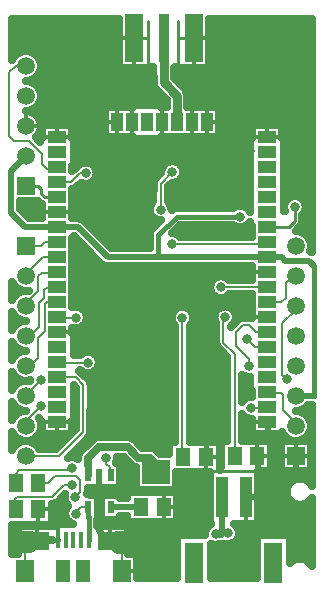
<source format=gbr>
G04 DipTrace 3.0.0.1*
G04 Top.gbr*
%MOIN*%
G04 #@! TF.FileFunction,Copper,L1,Top*
G04 #@! TF.Part,Single*
G04 #@! TA.AperFunction,Conductor*
%ADD10C,0.01*%
%ADD14C,0.007*%
%ADD15C,0.015*%
%ADD16C,0.03*%
%ADD17C,0.015748*%
G04 #@! TA.AperFunction,CopperBalancing*
%ADD18C,0.025*%
G04 #@! TA.AperFunction,Conductor*
%ADD19C,0.02*%
%ADD20C,0.029528*%
%ADD21C,0.018*%
%ADD22C,0.023622*%
G04 #@! TA.AperFunction,CopperBalancing*
%ADD23C,0.012992*%
%ADD27R,0.051181X0.059055*%
%ADD29R,0.015748X0.05315*%
%ADD30R,0.082677X0.062992*%
%ADD31R,0.062992X0.074803*%
%ADD32R,0.047244X0.074803*%
G04 #@! TA.AperFunction,ComponentPad*
%ADD33R,0.059055X0.059055*%
%ADD34C,0.059055*%
%ADD40R,0.06X0.039764*%
%ADD41R,0.039764X0.06*%
%ADD42R,0.059843X0.159843*%
%ADD43R,0.033465X0.159843*%
%ADD45R,0.023622X0.043307*%
%ADD46R,0.03937X0.137795*%
%ADD47R,0.059055X0.133858*%
G04 #@! TA.AperFunction,ViaPad*
%ADD48C,0.031496*%
%FSLAX26Y26*%
G04*
G70*
G90*
G75*
G01*
G04 Top*
%LPD*%
X1372047Y1332546D2*
D14*
Y1320079D1*
X1326772Y1274803D1*
Y1101969D1*
X1341339Y1087402D1*
X1221916Y993176D2*
X1273460D1*
X1275166Y994882D1*
X1207481Y1222441D2*
X1235827Y1194095D1*
X1274378D1*
X1275166Y1194882D1*
X1215486Y1131103D2*
Y1157218D1*
X1173491Y1199213D1*
Y1246457D1*
X1196982Y1269948D1*
X1214042D1*
X1238977Y1245013D1*
X1275034D1*
X1275166Y1244882D1*
X790945Y447572D2*
Y508596D1*
X751575Y547966D1*
X468110Y447572D2*
Y508596D1*
X507481Y547966D1*
X578347Y552887D2*
X512402D1*
X507481Y547966D1*
X1372047Y832546D2*
X1303412D1*
X1287139Y848819D1*
Y932908D1*
X1275166Y944882D1*
X517323Y1884646D2*
X530971D1*
X541995Y1895670D1*
X574378D1*
X575166Y1894882D1*
X1071260Y829003D2*
D10*
Y789108D1*
X1077691Y782677D1*
X1237664D1*
X1248163Y793176D1*
Y826772D1*
X1242520Y832415D1*
Y793832D1*
X1252625Y783727D1*
X1371785D1*
Y832284D1*
X1372047Y832546D1*
X1120341Y1435958D2*
D15*
X1079921D1*
X1070735Y1426772D1*
Y829528D1*
X1071260Y829003D1*
X439502Y567979D2*
D16*
X487467D1*
X507481Y547966D1*
X438845Y527297D2*
X486811D1*
X507481Y547966D1*
X438845Y527297D2*
Y567323D1*
X439502Y567979D1*
X438845Y527297D2*
Y527428D1*
X458530Y547113D1*
X506628D1*
X507481Y547966D1*
X578347Y552887D2*
D17*
X557973D1*
D18*
X512402D1*
X507481Y547966D1*
X751575D2*
D16*
X834515D1*
Y524803D1*
X835302Y524016D1*
Y566929D1*
X834515Y567717D1*
X771326D1*
X751575Y547966D1*
X835302Y524016D2*
X775525D1*
X751575Y547966D1*
X513386Y654068D2*
D14*
Y553872D1*
X716929Y767848D2*
D19*
Y582612D1*
X751575Y547966D1*
X1275166Y1444882D2*
D10*
X1201837D1*
X1177953Y1468767D1*
X959711D1*
X931496Y1440551D1*
X984252Y2086614D2*
X980315D1*
Y2226253D1*
Y2283465D1*
X866142Y2086614D2*
Y2122047D1*
X877953Y2133858D1*
Y2226647D1*
Y2283465D1*
X831037Y2226647D2*
X877953D1*
X1030643Y2226253D2*
X980315D1*
X575166Y1244882D2*
X712599D1*
X578347Y552887D2*
X454593D1*
X439502Y567979D1*
X575166Y1644882D2*
X748819D1*
X755906Y1637795D1*
Y1842520D1*
X748032Y1850394D1*
X575166Y1894882D2*
X674410D1*
X708662Y1929134D1*
X575166Y1644882D2*
X677953D1*
X736221Y1586614D1*
X575166Y944882D2*
X629921D1*
X633858Y948819D1*
X1204200Y695145D2*
D19*
X1270210D1*
X1339502Y764436D1*
X1369292D1*
X1371129Y766273D1*
Y831628D1*
X1372047Y832546D1*
X975166Y1944882D2*
D20*
Y2034021D1*
X931234Y2077953D1*
Y2226057D1*
X931037Y2226253D1*
X680709Y552887D2*
D17*
Y588462D1*
D21*
Y628609D1*
X679134Y630184D1*
Y661155D1*
X679528Y661549D1*
X437664Y740814D2*
D14*
Y772704D1*
X449607Y784646D1*
X617061D1*
X626116Y793701D1*
X638845Y640683D2*
Y647244D1*
X653937Y662336D1*
X678740D1*
X679528Y661549D1*
X754331Y767848D2*
X751969D1*
Y795276D1*
X740158Y807087D1*
Y826772D1*
X625984Y736221D2*
X600000D1*
X560236Y696457D1*
X441995D1*
X436221Y690683D1*
Y656431D1*
X438583Y654068D1*
X754331Y661549D2*
D19*
X855643D1*
X856037Y661942D1*
X472179Y1532677D2*
D14*
X523097D1*
X535302Y1544882D1*
X575166D1*
X637008Y694488D2*
X653544Y711024D1*
Y751969D1*
X639239Y766273D1*
X568373D1*
X546063Y743963D1*
X515617D1*
X512467Y740814D1*
X1372047Y1032546D2*
D19*
X1431234D1*
D21*
Y1466929D1*
D19*
X1414305Y1483858D1*
X1335827D1*
X1324803Y1494882D1*
X1275166D1*
X913124D1*
X744095D1*
X644095Y1594882D1*
X575166D1*
X468110D1*
X421260Y1641732D1*
Y1781890D1*
X472047Y1832677D1*
X1186352Y1630184D2*
D15*
X973885D1*
X913124Y1569423D1*
Y1494882D1*
X671785Y1774278D2*
D14*
X651969D1*
X622704Y1745013D1*
X575297D1*
X575166Y1744882D1*
X472047Y1732677D2*
D10*
X512336D1*
X523360Y1721654D1*
Y1706037D1*
X535040Y1694357D1*
X574641D1*
X575166Y1694882D1*
X472047Y2132677D2*
D14*
X438189D1*
X417061Y2111549D1*
Y1898557D1*
X433071Y1882546D1*
X481628D1*
X525066Y1839108D1*
Y1807087D1*
X542257Y1789895D1*
X570179D1*
X575166Y1794882D1*
X472179Y1432677D2*
Y1438714D1*
X527559Y1494095D1*
X574378D1*
X575166Y1494882D1*
X472179Y1332677D2*
Y1340814D1*
X513649Y1382284D1*
Y1431890D1*
X525722Y1443963D1*
X574247D1*
X575166Y1444882D1*
X472179Y1232677D2*
X485958D1*
X514173Y1260893D1*
Y1342389D1*
X531759Y1359974D1*
Y1387139D1*
X537795Y1393176D1*
X573460D1*
X575166Y1394882D1*
X472179Y1132677D2*
X484383D1*
X511155Y1159449D1*
Y1227034D1*
X534121Y1250000D1*
Y1338189D1*
X543832Y1347900D1*
X572147D1*
X575166Y1344882D1*
X472179Y1032677D2*
Y1035696D1*
X520735Y1084252D1*
X638189Y1293570D2*
X576478D1*
X575166Y1294882D1*
X472179Y932677D2*
Y949738D1*
X522572Y1000131D1*
X678609Y1143570D2*
X576478D1*
X575166Y1144882D1*
X472179Y832677D2*
X583727D1*
X663386Y912336D1*
Y1069685D1*
X637927Y1095145D1*
X575428D1*
X575166Y1094882D1*
X920998Y1653806D2*
Y1740683D1*
X959580Y1779265D1*
X993570Y1293701D2*
Y831890D1*
X996457Y829003D1*
X1372047Y1432546D2*
X1361811D1*
X1337927Y1408662D1*
Y1360499D1*
X1323622Y1346194D1*
X1276478D1*
X1275166Y1344882D1*
X1122179Y1395145D2*
X1274903D1*
X1275166Y1394882D1*
X1167717Y832415D2*
Y1172704D1*
X1130053Y1210368D1*
Y1301837D1*
X1136483Y1295407D1*
X1368242Y1662336D2*
D10*
Y1615879D1*
X1348688Y1596326D1*
X1276609D1*
X1275166Y1594882D1*
X957218Y1540026D2*
D14*
X1270310D1*
X1275166Y1544882D1*
X679528Y767848D2*
D22*
Y802002D1*
D18*
Y825197D1*
X716536Y862205D1*
X811024D1*
X846719Y826509D1*
X886089D1*
X929134Y783465D1*
X881890Y779528D2*
X925197D1*
X929134Y783465D1*
X1125460Y695145D2*
D19*
Y568767D1*
X1108793D1*
X1104856Y572704D1*
X1146457Y574410D2*
X1106562D1*
X1104856Y572704D1*
X1372047Y932546D2*
D14*
Y942389D1*
X1329265Y985171D1*
Y1034383D1*
X1320866Y1042782D1*
X1277265D1*
X1275166Y1044882D1*
D48*
X1341339Y1087402D3*
X1221916Y993176D3*
X1207481Y1222441D3*
X1215486Y1131103D3*
X517323Y1884646D3*
X1120341Y1435958D3*
X931496Y1440551D3*
X712599Y1244882D3*
D3*
X736221Y1586614D3*
X633858Y948819D3*
X626116Y793701D3*
X638845Y640683D3*
X740158Y826772D3*
X625984Y736221D3*
X637008Y694488D3*
X1186352Y1630184D3*
X671785Y1774278D3*
X520735Y1084252D3*
X638189Y1293570D3*
X522572Y1000131D3*
X678609Y1143570D3*
X920998Y1653806D3*
X959580Y1779265D3*
X993570Y1293701D3*
X1122179Y1395145D3*
X1136483Y1295407D3*
X1368242Y1662336D3*
X957218Y1540026D3*
X1104856Y572704D3*
X1146457Y574410D3*
X439502Y567979D3*
X438845Y527297D3*
X834515Y567717D3*
X835302Y524016D3*
X881890Y779528D3*
X929134Y783465D3*
X984252Y2086614D3*
X1062992D3*
Y2007874D3*
X866142Y2086614D3*
Y2007874D3*
X1141732Y2086614D3*
Y2007874D3*
X787402Y2086614D3*
Y2007874D3*
X1141732Y2244095D3*
Y2165355D3*
X1220473Y2244095D3*
Y2165355D3*
Y2086614D3*
Y2007874D3*
X1141732Y1929134D3*
X1220473D3*
X629921Y2086614D3*
Y2007874D3*
X708662Y2086614D3*
Y2007874D3*
X629921Y2244095D3*
Y2165355D3*
X708662Y2244095D3*
Y2165355D3*
X1141732Y1850394D3*
X1062992D3*
X1220473D3*
X984252D3*
X826772D3*
X748032D3*
X905512D3*
X669292D3*
X708662Y1929134D3*
X629921D3*
X551181Y2086614D3*
Y2007874D3*
Y2244095D3*
Y2165355D3*
X1299213Y2086614D3*
Y2007874D3*
Y2244095D3*
Y2165355D3*
X428725Y2265466D2*
D18*
X778120D1*
X1083559D2*
X1421675D1*
X428725Y2240597D2*
X778120D1*
X1083559D2*
X1421675D1*
X428725Y2215729D2*
X778120D1*
X1083559D2*
X1421675D1*
X428725Y2190860D2*
X778120D1*
X1083559D2*
X1421675D1*
X511880Y2165991D2*
X778120D1*
X1083559D2*
X1421675D1*
X523843Y2141122D2*
X778120D1*
X1083559D2*
X1421675D1*
X521792Y2116254D2*
X894575D1*
X967886D2*
X1421675D1*
X502798Y2091385D2*
X894575D1*
X968618D2*
X1421675D1*
X511391Y2066516D2*
X896528D1*
X993471D2*
X1421675D1*
X523745Y2041647D2*
X916694D1*
X1010952D2*
X1421675D1*
X521987Y2016778D2*
X938520D1*
X1011831D2*
X1421675D1*
X503530Y1991910D2*
X732270D1*
X1118032D2*
X1421675D1*
X510903Y1967041D2*
X732270D1*
X1118032D2*
X1421675D1*
X523647Y1942172D2*
X732270D1*
X1118032D2*
X1421675D1*
X628188Y1917303D2*
X732270D1*
X1118032D2*
X1222163D1*
X1328188D2*
X1421675D1*
X508169Y1892435D2*
X522137D1*
X628188D2*
X826313D1*
X924038D2*
X1222163D1*
X1328188D2*
X1421675D1*
X634145Y1867566D2*
X1216157D1*
X1334145D2*
X1421675D1*
X634145Y1842697D2*
X1216157D1*
X1334145D2*
X1421675D1*
X634145Y1817828D2*
X1216157D1*
X1334145D2*
X1421675D1*
X705337Y1792960D2*
X923530D1*
X995620D2*
X1216157D1*
X1334145D2*
X1421675D1*
X710024Y1768091D2*
X911958D1*
X996548D2*
X1216157D1*
X1334145D2*
X1421675D1*
X692983Y1743222D2*
X894624D1*
X965932D2*
X1216157D1*
X1334145D2*
X1421675D1*
X628188Y1718353D2*
X894477D1*
X947475D2*
X1216157D1*
X1334145D2*
X1421675D1*
X628188Y1693484D2*
X894477D1*
X947475D2*
X1216157D1*
X1334145D2*
X1347211D1*
X1389272D2*
X1421675D1*
X454263Y1668616D2*
X522163D1*
X628188D2*
X885395D1*
X956606D2*
X1216157D1*
X1406460D2*
X1421659D1*
X464858Y1643747D2*
X522163D1*
X628188D2*
X883686D1*
X1401870D2*
X1421675D1*
X665444Y1618878D2*
X908784D1*
X1396255D2*
X1421675D1*
X690591Y1594009D2*
X895600D1*
X979800D2*
X1222163D1*
X1384927D2*
X1421675D1*
X715493Y1569141D2*
X882612D1*
X981313D2*
X1222163D1*
X1408657D2*
X1421704D1*
X628188Y1544272D2*
X649067D1*
X740346D2*
X882612D1*
X628188Y1519403D2*
X673921D1*
X628188Y1494534D2*
X698823D1*
X628188Y1469666D2*
X724458D1*
X628188Y1444797D2*
X1222163D1*
X628188Y1419928D2*
X1093208D1*
X1151138D2*
X1222163D1*
X428725Y1395059D2*
X436652D1*
X628188D2*
X1083442D1*
X428725Y1370191D2*
X436555D1*
X628188D2*
X1093403D1*
X1150991D2*
X1222163D1*
X628188Y1345322D2*
X1222163D1*
X665005Y1320453D2*
X966596D1*
X1020522D2*
X1107759D1*
X1165200D2*
X1222163D1*
X676870Y1295584D2*
X954878D1*
X1032290D2*
X1097749D1*
X1175210D2*
X1222163D1*
X428725Y1270715D2*
X437140D1*
X668813D2*
X963032D1*
X1024087D2*
X1103559D1*
X628188Y1245847D2*
X967085D1*
X1020083D2*
X1103559D1*
X634145Y1220978D2*
X967085D1*
X1020083D2*
X1103559D1*
X634145Y1196109D2*
X967085D1*
X1020083D2*
X1108247D1*
X428725Y1171240D2*
X437823D1*
X634145D2*
X652680D1*
X704507D2*
X967085D1*
X1020083D2*
X1132759D1*
X717251Y1146372D2*
X967085D1*
X1020083D2*
X1141206D1*
X709878Y1121503D2*
X967085D1*
X1020083D2*
X1141206D1*
X672866Y1096634D2*
X967085D1*
X1020083D2*
X1141206D1*
X1194204D2*
X1201792D1*
X428725Y1071765D2*
X438408D1*
X689809D2*
X967085D1*
X1020083D2*
X1141206D1*
X1194204D2*
X1216157D1*
X689907Y1046897D2*
X967085D1*
X1020083D2*
X1141206D1*
X1194204D2*
X1222163D1*
X689907Y1022028D2*
X967085D1*
X1020083D2*
X1141206D1*
X689907Y997159D2*
X967085D1*
X1020083D2*
X1141206D1*
X1409927D2*
X1421684D1*
X428725Y972290D2*
X439091D1*
X689907D2*
X967085D1*
X1020083D2*
X1141206D1*
X1404946D2*
X1421706D1*
X628188Y947421D2*
X636909D1*
X689907D2*
X967085D1*
X1020083D2*
X1141206D1*
X1194204D2*
X1222163D1*
X628188Y922553D2*
X636909D1*
X689907D2*
X967085D1*
X1020083D2*
X1141206D1*
X1194204D2*
X1222163D1*
X510415Y897684D2*
X612300D1*
X684878D2*
X967085D1*
X1020083D2*
X1141206D1*
X1194204D2*
X1333686D1*
X1410415D2*
X1421665D1*
X428725Y872815D2*
X439774D1*
X504555D2*
X587446D1*
X660317D2*
X677973D1*
X849575D2*
X947846D1*
X1291128D2*
X1319526D1*
X635415Y847946D2*
X653120D1*
X913833D2*
X947846D1*
X1291128D2*
X1319526D1*
X778725Y823078D2*
X800971D1*
X1291128D2*
X1319526D1*
X789126Y798209D2*
X827241D1*
X1291128D2*
X1319526D1*
X789126Y773340D2*
X835249D1*
X975747D2*
X1082759D1*
X1246889D2*
X1421675D1*
X789126Y748471D2*
X835249D1*
X975747D2*
X1082759D1*
X1246889D2*
X1355366D1*
X1414175D2*
X1421687D1*
X680044Y723603D2*
X835249D1*
X975747D2*
X1082759D1*
X1246889D2*
X1339253D1*
X789126Y698734D2*
X807466D1*
X979409D2*
X1082759D1*
X1246889D2*
X1340571D1*
X570815Y673865D2*
X604682D1*
X979409D2*
X1082759D1*
X1246889D2*
X1362446D1*
X1407095D2*
X1421718D1*
X561977Y648996D2*
X601069D1*
X979409D2*
X1082759D1*
X1246889D2*
X1421675D1*
X561977Y624128D2*
X604096D1*
X789126D2*
X807466D1*
X979409D2*
X1082759D1*
X1246889D2*
X1421675D1*
X428725Y599259D2*
X443189D1*
X815932D2*
X1077680D1*
X1175356D2*
X1421675D1*
X428725Y574390D2*
X443189D1*
X815932D2*
X1066157D1*
X1185220D2*
X1421675D1*
X428725Y549521D2*
X443189D1*
X815932D2*
X974507D1*
X1175307D2*
X1238276D1*
X1355288D2*
X1421675D1*
X428725Y524652D2*
X443189D1*
X815932D2*
X974507D1*
X1091518D2*
X1238276D1*
X1355288D2*
X1421675D1*
X845425Y499784D2*
X974507D1*
X1091518D2*
X1238276D1*
X1355288D2*
X1421675D1*
X845425Y474915D2*
X974507D1*
X1091518D2*
X1238276D1*
X845425Y450046D2*
X974507D1*
X1091518D2*
X1238276D1*
X559477Y672465D2*
Y604041D1*
X426226D1*
X426201Y505520D1*
X445636Y505474D1*
X445642Y599962D1*
X569572D1*
X569571Y605954D1*
X627644Y606209D1*
X622389Y608385D1*
X617539Y611357D1*
X613214Y615051D1*
X609520Y619377D1*
X606548Y624226D1*
X604371Y629481D1*
X603044Y635012D1*
X602597Y640683D1*
X603044Y646353D1*
X604371Y651884D1*
X606548Y657139D1*
X609520Y661989D1*
X613679Y666744D1*
X609445Y670947D1*
X606102Y675549D1*
X603519Y680617D1*
X601762Y686026D1*
X600872Y691644D1*
Y697332D1*
X602187Y704459D1*
X574343Y677040D1*
X569421Y674284D1*
X563991Y672752D1*
X559504Y672457D1*
X1198929Y882442D2*
X1288611D1*
Y782387D1*
X1244382D1*
X1244385Y605747D1*
X1164668D1*
X1169998Y601973D1*
X1174020Y597951D1*
X1177363Y593349D1*
X1179946Y588281D1*
X1181703Y582872D1*
X1182593Y577254D1*
Y571566D1*
X1181703Y565948D1*
X1179946Y560538D1*
X1177363Y555470D1*
X1174020Y550868D1*
X1169998Y546846D1*
X1165396Y543503D1*
X1160328Y540921D1*
X1154919Y539163D1*
X1149301Y538273D1*
X1143613D1*
X1137995Y539163D1*
X1134885Y539759D1*
X1127853Y538361D1*
X1116057Y538230D1*
X1110526Y536902D1*
X1104856Y536456D1*
X1099185Y536902D1*
X1093655Y538230D1*
X1089036Y540113D1*
X1089031Y426178D1*
X1240801Y426201D1*
X1240771Y570172D1*
X1352810D1*
Y476178D1*
X1358792Y481435D1*
X1364707Y485060D1*
X1371116Y487714D1*
X1377861Y489334D1*
X1384777Y489878D1*
X1391693Y489334D1*
X1398438Y487714D1*
X1404847Y485060D1*
X1410762Y481435D1*
X1416037Y476930D1*
X1420543Y471655D1*
X1424196Y465678D1*
X1424167Y693316D1*
X1420543Y687401D1*
X1416037Y682126D1*
X1410762Y677621D1*
X1404847Y673996D1*
X1398438Y671341D1*
X1391693Y669722D1*
X1384777Y669178D1*
X1377861Y669722D1*
X1371116Y671341D1*
X1364707Y673996D1*
X1358792Y677621D1*
X1353517Y682126D1*
X1349012Y687401D1*
X1345387Y693316D1*
X1342732Y699725D1*
X1341113Y706470D1*
X1340569Y713386D1*
X1341113Y720302D1*
X1342732Y727047D1*
X1345387Y733456D1*
X1349012Y739371D1*
X1353517Y744646D1*
X1358792Y749151D1*
X1364707Y752776D1*
X1371116Y755431D1*
X1377861Y757050D1*
X1384777Y757595D1*
X1391693Y757050D1*
X1398438Y755431D1*
X1404847Y752776D1*
X1410762Y749151D1*
X1416037Y744646D1*
X1420543Y739371D1*
X1424196Y733395D1*
X1424193Y1002031D1*
X1411654Y1002046D1*
X1407422Y997171D1*
X1401453Y992073D1*
X1394759Y987971D1*
X1387507Y984967D1*
X1379873Y983135D1*
X1373136Y982561D1*
X1379873Y981958D1*
X1387507Y980125D1*
X1394759Y977121D1*
X1401453Y973019D1*
X1407422Y967921D1*
X1412521Y961952D1*
X1416622Y955258D1*
X1419626Y948006D1*
X1421459Y940372D1*
X1422075Y932546D1*
X1421459Y924720D1*
X1419626Y917087D1*
X1416622Y909834D1*
X1412521Y903141D1*
X1407422Y897171D1*
X1401453Y892073D1*
X1394759Y887971D1*
X1387507Y884967D1*
X1379873Y883135D1*
X1374520Y882574D1*
X1422075D1*
Y782519D1*
X1322020D1*
Y882574D1*
X1368122Y882673D1*
X1360369Y883901D1*
X1352903Y886327D1*
X1345908Y889891D1*
X1339557Y894505D1*
X1334006Y900056D1*
X1329392Y906407D1*
X1325663Y913848D1*
X1325666Y904500D1*
X1224666D1*
Y957029D1*
X1219072Y957040D1*
X1213454Y957930D1*
X1208045Y959687D1*
X1202977Y962270D1*
X1198375Y965613D1*
X1194353Y969635D1*
X1191720Y973173D1*
X1191717Y882420D1*
X1198929Y882442D1*
X1134126D2*
X1143745D1*
X1143717Y1162737D1*
X1110636Y1196261D1*
X1107879Y1201183D1*
X1106348Y1206613D1*
X1106053Y1222868D1*
Y1275749D1*
X1102994Y1281536D1*
X1101237Y1286945D1*
X1100347Y1292563D1*
Y1298251D1*
X1101237Y1303869D1*
X1102994Y1309279D1*
X1105577Y1314347D1*
X1108920Y1318948D1*
X1112942Y1322970D1*
X1117544Y1326314D1*
X1122612Y1328896D1*
X1128021Y1330654D1*
X1133639Y1331543D1*
X1139327D1*
X1144945Y1330654D1*
X1150355Y1328896D1*
X1155423Y1326314D1*
X1160024Y1322970D1*
X1164046Y1318948D1*
X1167390Y1314347D1*
X1169972Y1309279D1*
X1171730Y1303869D1*
X1172619Y1298251D1*
Y1292563D1*
X1171730Y1286945D1*
X1169972Y1281536D1*
X1167390Y1276467D1*
X1164046Y1271866D1*
X1160024Y1267844D1*
X1154055Y1263735D1*
X1155241Y1262044D1*
X1181395Y1288198D1*
X1186086Y1291332D1*
X1191379Y1293285D1*
X1196982Y1293948D1*
X1217797Y1293652D1*
X1223233Y1292118D1*
X1224666Y1292000D1*
Y1371150D1*
X1149366Y1371144D1*
X1143485Y1365819D1*
X1138635Y1362847D1*
X1133380Y1360671D1*
X1127849Y1359343D1*
X1122179Y1358897D1*
X1116508Y1359343D1*
X1110977Y1360671D1*
X1105722Y1362847D1*
X1100873Y1365819D1*
X1096547Y1369513D1*
X1092853Y1373839D1*
X1089881Y1378688D1*
X1087705Y1383943D1*
X1086377Y1389474D1*
X1085931Y1395145D1*
X1086377Y1400815D1*
X1087705Y1406346D1*
X1089881Y1411601D1*
X1092853Y1416451D1*
X1096547Y1420776D1*
X1100873Y1424470D1*
X1105722Y1427442D1*
X1110977Y1429618D1*
X1116508Y1430946D1*
X1122179Y1431393D1*
X1127849Y1430946D1*
X1133380Y1429618D1*
X1138635Y1427442D1*
X1143485Y1424470D1*
X1149312Y1419151D1*
X1224669Y1419145D1*
X1224666Y1464373D1*
X741702Y1464476D1*
X734670Y1465875D1*
X728158Y1468876D1*
X722528Y1473315D1*
X631481Y1564362D1*
X625666Y1560264D1*
Y1327598D1*
X632519Y1329372D1*
X638189Y1329818D1*
X643860Y1329372D1*
X649390Y1328044D1*
X654645Y1325867D1*
X659495Y1322895D1*
X663820Y1319201D1*
X667514Y1314876D1*
X670486Y1310026D1*
X672663Y1304771D1*
X673991Y1299240D1*
X674437Y1293570D1*
X673991Y1287899D1*
X672663Y1282369D1*
X670486Y1277114D1*
X667514Y1272264D1*
X663820Y1267939D1*
X659495Y1264244D1*
X654645Y1261273D1*
X649390Y1259096D1*
X643860Y1257768D1*
X638189Y1257322D1*
X632519Y1257768D1*
X625663Y1259585D1*
X625666Y1241250D1*
X631658Y1241256D1*
Y1167574D1*
X651429Y1167570D1*
X657303Y1172895D1*
X662153Y1175867D1*
X667408Y1178044D1*
X672939Y1179372D1*
X678609Y1179818D1*
X684280Y1179372D1*
X689810Y1178044D1*
X695065Y1175867D1*
X699915Y1172895D1*
X704240Y1169201D1*
X707934Y1164876D1*
X710906Y1160026D1*
X713083Y1154771D1*
X714411Y1149240D1*
X714857Y1143570D1*
X714411Y1137899D1*
X713083Y1132369D1*
X710906Y1127114D1*
X707934Y1122264D1*
X704240Y1117939D1*
X699915Y1114244D1*
X695065Y1111273D1*
X689810Y1109096D1*
X684280Y1107768D1*
X678609Y1107322D1*
X672939Y1107768D1*
X667408Y1109096D1*
X662153Y1111273D1*
X657303Y1114244D1*
X651476Y1119563D1*
X648823Y1116529D1*
X653514Y1113394D1*
X681636Y1085272D1*
X684770Y1080581D1*
X686723Y1075288D1*
X687386Y1069685D1*
X687091Y908582D1*
X685559Y903152D1*
X682803Y898229D1*
X671518Y886527D1*
X612244Y827190D1*
X617654Y828947D1*
X623272Y829837D1*
X628960D1*
X634578Y828947D1*
X639987Y827190D1*
X646525Y823625D1*
X646934Y830359D1*
X649040Y837826D1*
X652830Y844594D1*
X656193Y848532D1*
X695104Y887298D1*
X701554Y891608D1*
X708832Y894293D1*
X716536Y895205D1*
X813613Y895103D1*
X821221Y893590D1*
X828266Y890342D1*
X834358Y885539D1*
X860357Y859541D1*
X888679Y859408D1*
X896287Y857894D1*
X903332Y854647D1*
X909424Y849844D1*
X919333Y839935D1*
X950414Y839923D1*
X950366Y879030D1*
X969556D1*
X969570Y1266509D1*
X964244Y1272395D1*
X961273Y1277245D1*
X959096Y1282500D1*
X957768Y1288031D1*
X957322Y1293701D1*
X957768Y1299371D1*
X959096Y1304902D1*
X961273Y1310157D1*
X964244Y1315007D1*
X967939Y1319332D1*
X972264Y1323026D1*
X977114Y1325998D1*
X982369Y1328175D1*
X987899Y1329503D1*
X993570Y1329949D1*
X999240Y1329503D1*
X1004771Y1328175D1*
X1010026Y1325998D1*
X1014876Y1323026D1*
X1019201Y1319332D1*
X1022895Y1315007D1*
X1025867Y1310157D1*
X1028044Y1304902D1*
X1029372Y1299371D1*
X1029818Y1293701D1*
X1029372Y1288031D1*
X1028044Y1282500D1*
X1025867Y1277245D1*
X1022895Y1272395D1*
X1017576Y1266568D1*
X1017570Y879004D1*
X1117351Y879030D1*
Y784548D1*
X1121626Y794887D1*
Y882442D1*
X1134126D1*
X1085271Y778975D2*
X973260D1*
X973256Y718214D1*
X837768D1*
Y794728D1*
X831738Y797106D1*
X825288Y801416D1*
X797386Y829173D1*
X776307Y829205D1*
X776294Y823928D1*
X775404Y818310D1*
X773647Y812900D1*
X772276Y809995D1*
X786642Y810001D1*
Y725694D1*
X677513D1*
X677248Y707269D1*
X676878Y705414D1*
X684717Y703702D1*
X711839D1*
Y619395D1*
X710228D1*
X710209Y599947D1*
X813414Y599962D1*
Y505480D1*
X842941Y505474D1*
Y426206D1*
X977031Y426201D1*
X976991Y570172D1*
X1068739D1*
X1068720Y575548D1*
X1069609Y581166D1*
X1071367Y586575D1*
X1073949Y591643D1*
X1077293Y596245D1*
X1081315Y600267D1*
X1085916Y603610D1*
X1090025Y605750D1*
X1085275Y605747D1*
Y778940D1*
X510698Y1682650D2*
X451714D1*
X451760Y1654400D1*
X480772Y1625355D1*
X524702Y1625382D1*
X524666Y1671053D1*
X520051Y1673727D1*
X510712Y1682622D1*
X517003Y1676332D1*
X522013Y1930178D2*
X521079Y1922744D1*
X519045Y1915532D1*
X515957Y1908705D1*
X511884Y1902416D1*
X506918Y1896805D1*
X503951Y1894162D1*
X518658Y1879457D1*
X518674Y1891256D1*
X524680D1*
X524666Y1935264D1*
X625666D1*
Y1891250D1*
X631658Y1891256D1*
Y1798508D1*
X625652D1*
X625666Y1781895D1*
X637862Y1793695D1*
X642791Y1796454D1*
X648244Y1801842D1*
X652845Y1805185D1*
X657913Y1807767D1*
X663323Y1809525D1*
X668941Y1810415D1*
X674629D1*
X680247Y1809525D1*
X685657Y1807767D1*
X690725Y1805185D1*
X695326Y1801842D1*
X699348Y1797820D1*
X702692Y1793218D1*
X705274Y1788150D1*
X707031Y1782740D1*
X707921Y1777122D1*
Y1771434D1*
X707031Y1765816D1*
X705274Y1760407D1*
X702692Y1755339D1*
X699348Y1750737D1*
X695326Y1746715D1*
X690725Y1743372D1*
X685657Y1740790D1*
X680247Y1739032D1*
X674629Y1738142D1*
X668941D1*
X663323Y1739032D1*
X657913Y1740790D1*
X654233Y1742595D1*
X636810Y1725597D1*
X631888Y1722840D1*
X626451Y1721308D1*
X625666Y1710264D1*
Y1625352D1*
X646488Y1625288D1*
X653520Y1623889D1*
X660031Y1620888D1*
X665662Y1616449D1*
X756708Y1525402D1*
X885159Y1525382D1*
X885210Y1571620D1*
X886494Y1578075D1*
X889250Y1584053D1*
X893325Y1589222D1*
X921671Y1617568D1*
X915327Y1618004D1*
X909796Y1619332D1*
X904541Y1621509D1*
X899692Y1624481D1*
X895366Y1628175D1*
X891672Y1632500D1*
X888700Y1637350D1*
X886524Y1642605D1*
X885196Y1648136D1*
X884750Y1653806D1*
X885196Y1659476D1*
X886524Y1665007D1*
X888700Y1670262D1*
X891672Y1675112D1*
X896991Y1680939D1*
X897293Y1744437D1*
X898824Y1749867D1*
X901581Y1754789D1*
X912866Y1766492D1*
X923396Y1777023D1*
X923779Y1784936D1*
X925106Y1790467D1*
X927283Y1795722D1*
X930255Y1800571D1*
X933949Y1804897D1*
X938274Y1808591D1*
X943124Y1811563D1*
X948379Y1813739D1*
X953910Y1815067D1*
X959580Y1815513D1*
X965251Y1815067D1*
X970782Y1813739D1*
X976037Y1811563D1*
X980886Y1808591D1*
X985211Y1804897D1*
X988906Y1800571D1*
X991877Y1795722D1*
X994054Y1790467D1*
X995382Y1784936D1*
X995828Y1779265D1*
X995382Y1773595D1*
X994054Y1768064D1*
X991877Y1762809D1*
X988906Y1757959D1*
X985211Y1753634D1*
X980886Y1749940D1*
X976037Y1746968D1*
X970782Y1744791D1*
X965251Y1743464D1*
X957370Y1743104D1*
X945028Y1730772D1*
X944998Y1680966D1*
X950323Y1675112D1*
X953295Y1670262D1*
X955472Y1665007D1*
X956799Y1659476D1*
X957201Y1652662D1*
X963170Y1656053D1*
X969505Y1657839D1*
X973885Y1658184D1*
X1163289D1*
X1169896Y1662481D1*
X1175151Y1664658D1*
X1180681Y1665986D1*
X1186352Y1666432D1*
X1192022Y1665986D1*
X1197553Y1664658D1*
X1202808Y1662481D1*
X1207658Y1659509D1*
X1211983Y1655815D1*
X1215677Y1651490D1*
X1218672Y1646590D1*
X1218674Y1891256D1*
X1224679D1*
X1224666Y1935264D1*
X1325666D1*
Y1891250D1*
X1331658Y1891256D1*
X1331609Y1648508D1*
X1334753Y1648465D1*
X1332995Y1653874D1*
X1332105Y1659492D1*
Y1665180D1*
X1332995Y1670798D1*
X1334753Y1676208D1*
X1337335Y1681276D1*
X1340678Y1685877D1*
X1344700Y1689899D1*
X1349302Y1693243D1*
X1354370Y1695825D1*
X1359780Y1697583D1*
X1365398Y1698472D1*
X1371086D1*
X1376704Y1697583D1*
X1382113Y1695825D1*
X1387181Y1693243D1*
X1391783Y1689899D1*
X1395805Y1685877D1*
X1399148Y1681276D1*
X1401730Y1676208D1*
X1403488Y1670798D1*
X1404378Y1665180D1*
Y1659492D1*
X1403488Y1653874D1*
X1401730Y1648465D1*
X1399148Y1643397D1*
X1395805Y1638795D1*
X1393734Y1636577D1*
X1393428Y1611890D1*
X1391801Y1606121D1*
X1388872Y1600891D1*
X1386273Y1597848D1*
X1370978Y1582553D1*
X1379873Y1581958D1*
X1387507Y1580125D1*
X1394759Y1577121D1*
X1401453Y1573019D1*
X1407422Y1567921D1*
X1412521Y1561952D1*
X1416622Y1555258D1*
X1419626Y1548006D1*
X1421459Y1540372D1*
X1422075Y1532546D1*
X1421459Y1524720D1*
X1419626Y1517087D1*
X1418517Y1514078D1*
X1423738Y1512863D1*
X1424193Y1513701D1*
Y2290312D1*
X1081078Y2290335D1*
X1081065Y2125832D1*
X980222D1*
Y2128049D1*
X967153Y2128051D1*
X967175Y2126927D1*
X965368D1*
X965403Y2092121D1*
X1001148Y2056212D1*
X1004300Y2051875D1*
X1006734Y2047097D1*
X1008391Y2041998D1*
X1009230Y2036702D1*
X1009335Y1995398D1*
X1115548Y1995382D1*
Y1894382D1*
X984784D1*
Y1895486D1*
X965548Y1895382D1*
Y1894382D1*
X921534D1*
X921540Y1888390D1*
X828792D1*
Y1894396D1*
X734784Y1894382D1*
Y1995382D1*
X828797D1*
X828792Y2001374D1*
X921540D1*
Y1995368D1*
X941004Y1995382D1*
X940996Y2019833D1*
X905251Y2055762D1*
X902100Y2060100D1*
X899665Y2064877D1*
X898009Y2069976D1*
X897170Y2075272D1*
X897064Y2126928D1*
X894899Y2126927D1*
Y2128050D1*
X881505Y2128052D1*
X881458Y2126226D1*
X780616D1*
Y2290337D1*
X426195Y2290335D1*
X426201Y2153470D1*
X431574Y2162083D1*
X436673Y2168052D1*
X442642Y2173151D1*
X449335Y2177252D1*
X456588Y2180256D1*
X464221Y2182089D1*
X472047Y2182705D1*
X479873Y2182089D1*
X487507Y2180256D1*
X494759Y2177252D1*
X501453Y2173151D1*
X507422Y2168052D1*
X512521Y2162083D1*
X516622Y2155389D1*
X519626Y2148137D1*
X521459Y2140503D1*
X522075Y2132677D1*
X521459Y2124851D1*
X519626Y2117218D1*
X516622Y2109965D1*
X512521Y2103272D1*
X507422Y2097303D1*
X501453Y2092204D1*
X494759Y2088102D1*
X487507Y2085098D1*
X479873Y2083266D1*
X473136Y2082693D1*
X479873Y2082089D1*
X487507Y2080256D1*
X494759Y2077252D1*
X501453Y2073151D1*
X507422Y2068052D1*
X512521Y2062083D1*
X516622Y2055389D1*
X519626Y2048137D1*
X521459Y2040503D1*
X522075Y2032677D1*
X521459Y2024851D1*
X519626Y2017218D1*
X516622Y2009965D1*
X512521Y2003272D1*
X507422Y1997303D1*
X501453Y1992204D1*
X494759Y1988102D1*
X487507Y1985098D1*
X479873Y1983266D1*
X473798Y1982674D1*
X481246Y1981852D1*
X488487Y1979927D1*
X495360Y1976941D1*
X501709Y1972963D1*
X507393Y1968081D1*
X512285Y1962405D1*
X516273Y1956062D1*
X519270Y1949194D1*
X521207Y1941956D1*
X522041Y1934509D1*
X522013Y1930178D1*
X480863Y1383436D2*
X473267Y1382693D1*
X479563Y1382141D1*
X464353Y1383266D1*
X456719Y1385098D1*
X449467Y1388102D1*
X442773Y1392204D1*
X436804Y1397303D1*
X431706Y1403272D1*
X427604Y1409965D1*
X426197Y1413017D1*
X426201Y1352395D1*
X429523Y1358817D1*
X434137Y1365168D1*
X439688Y1370719D1*
X446039Y1375333D1*
X453034Y1378897D1*
X460500Y1381323D1*
X468254Y1382551D1*
X471090Y1382662D1*
Y1282693D2*
X464353Y1283266D1*
X456719Y1285098D1*
X449467Y1288102D1*
X442773Y1292204D1*
X436804Y1297303D1*
X431706Y1303272D1*
X427604Y1309965D1*
X426197Y1313017D1*
X426201Y1252395D1*
X429523Y1258817D1*
X434137Y1265168D1*
X439688Y1270719D1*
X446039Y1275333D1*
X453034Y1278897D1*
X460500Y1281323D1*
X468254Y1282551D1*
X471090Y1282662D1*
Y1182693D2*
X464353Y1183266D1*
X456719Y1185098D1*
X449467Y1188102D1*
X442773Y1192204D1*
X436804Y1197303D1*
X431706Y1203272D1*
X427604Y1209965D1*
X426197Y1213017D1*
X426201Y1152395D1*
X429523Y1158817D1*
X434137Y1165168D1*
X439688Y1170719D1*
X446039Y1175333D1*
X453034Y1178897D1*
X460500Y1181323D1*
X468254Y1182551D1*
X471090Y1182662D1*
X484492Y1084211D2*
X476104Y1082804D1*
X473267Y1082693D1*
X480005Y1082089D1*
X483872Y1081319D1*
X464353Y1083266D1*
X456719Y1085098D1*
X449467Y1088102D1*
X442773Y1092204D1*
X436804Y1097303D1*
X431706Y1103272D1*
X427604Y1109965D1*
X426197Y1113017D1*
X426201Y1052395D1*
X429523Y1058817D1*
X434137Y1065168D1*
X439688Y1070719D1*
X446039Y1075333D1*
X453034Y1078897D1*
X460500Y1081323D1*
X468254Y1082551D1*
X471090Y1082662D1*
Y982693D2*
X464353Y983266D1*
X456719Y985098D1*
X449467Y988102D1*
X442773Y992204D1*
X436804Y997303D1*
X431706Y1003272D1*
X427604Y1009965D1*
X426197Y1013017D1*
X426201Y952395D1*
X429523Y958817D1*
X434137Y965168D1*
X439688Y970719D1*
X446039Y975333D1*
X453034Y978897D1*
X460500Y981323D1*
X468254Y982551D1*
X471090Y982662D1*
Y882693D2*
X464353Y883266D1*
X456719Y885098D1*
X449467Y888102D1*
X442773Y892204D1*
X436804Y897303D1*
X431706Y903272D1*
X427604Y909965D1*
X426197Y913017D1*
X426201Y852395D1*
X429523Y858817D1*
X434137Y865168D1*
X439688Y870719D1*
X446039Y875333D1*
X453034Y878897D1*
X460500Y881323D1*
X468254Y882551D1*
X471090Y882662D1*
X514962Y958589D2*
X518398Y951822D1*
X520824Y944356D1*
X522052Y936602D1*
Y928752D1*
X520824Y920999D1*
X518398Y913533D1*
X514834Y906538D1*
X510220Y900187D1*
X504669Y894636D1*
X498318Y890022D1*
X491323Y886458D1*
X483857Y884032D1*
X476104Y882804D1*
X473267Y882693D1*
X480005Y882089D1*
X487638Y880256D1*
X494891Y877252D1*
X501584Y873151D1*
X507554Y868052D1*
X512652Y862083D1*
X516026Y856688D1*
X573758Y856678D1*
X639366Y922258D1*
X639386Y1059748D1*
X631672Y1067457D1*
X631658Y948508D1*
X625652D1*
X625666Y908555D1*
X621613Y904500D1*
X524666D1*
Y947000D1*
X887250Y711970D2*
X976931D1*
Y611915D1*
X809946D1*
Y631007D1*
X786649Y631049D1*
X786642Y619395D1*
X722020D1*
Y703702D1*
X786642D1*
Y692032D1*
X809946Y692049D1*
Y711970D1*
X887250D1*
X1224666Y1029354D2*
X1224714Y1035264D1*
X1221916Y1029424D1*
X1224660Y1029316D1*
X1224666Y1048494D1*
X1218674Y1048508D1*
Y1095041D1*
X1212642Y1094966D1*
X1207024Y1095856D1*
X1201614Y1097614D1*
X1196546Y1100196D1*
X1191724Y1103743D1*
X1191717Y1013182D1*
X1196285Y1018807D1*
X1200610Y1022501D1*
X1205460Y1025473D1*
X1210715Y1027650D1*
X1216246Y1028978D1*
X1221916Y1029424D1*
X1224666Y1564021D2*
Y1598494D1*
X1218674Y1598508D1*
X1218649Y1613728D1*
X1215677Y1608878D1*
X1211983Y1604553D1*
X1207658Y1600859D1*
X1202808Y1597887D1*
X1197553Y1595710D1*
X1192022Y1594382D1*
X1186352Y1593936D1*
X1180681Y1594382D1*
X1175151Y1595710D1*
X1169896Y1597887D1*
X1163361Y1602187D1*
X985524Y1602184D1*
X959468Y1576169D1*
X965680Y1575273D1*
X971090Y1573515D1*
X976158Y1570933D1*
X980759Y1567590D1*
X984351Y1564033D1*
X1224650Y1564026D1*
X513386Y654068D2*
D23*
Y604090D1*
Y654068D2*
X559428D1*
X1242520Y882394D2*
Y782436D1*
Y832415D2*
X1288562D1*
X1071260Y878981D2*
Y779024D1*
Y829003D2*
X1117302D1*
X578347Y599913D2*
Y552887D1*
X751575Y599913D2*
Y547966D1*
X813365D1*
X507481Y599913D2*
Y547966D1*
X445691D2*
X507481D1*
X790945Y447572D2*
X842893D1*
X472047Y1982656D2*
Y1932677D1*
X522026D1*
X1372047Y882525D2*
Y782567D1*
X1322069Y832546D2*
X1422026D1*
X930840Y711921D2*
Y611964D1*
Y661942D2*
X976882D1*
X1275166Y944882D2*
Y904549D1*
X1224714Y944882D2*
X1275166D1*
X1224715Y1294882D2*
X1275166D1*
X1224715Y1444882D2*
X1275166D1*
Y1935215D2*
Y1894882D1*
X1224714D2*
X1325617D1*
X1075166Y1995333D2*
Y1894431D1*
Y1944882D2*
X1115499D1*
X1025166Y1995333D2*
Y1894431D1*
X925166Y1995333D2*
Y1894431D1*
X825166Y1995333D2*
Y1894431D1*
X775166Y1995333D2*
Y1894431D1*
X734833Y1944882D2*
X775166D1*
X575166Y1935215D2*
Y1894882D1*
X524715D2*
X625617D1*
X524715Y1644882D2*
X625617D1*
X575166Y1244882D2*
X625617D1*
X575166Y944882D2*
Y904549D1*
X524715Y944882D2*
X625617D1*
X831037Y2226647D2*
Y2126275D1*
X780665Y2226647D2*
X831037D1*
X1030643Y2226253D2*
Y2125881D1*
Y2226253D2*
X1081016D1*
X716929Y767848D2*
Y725743D1*
X1204200Y695145D2*
Y605795D1*
Y695145D2*
X1244336D1*
D27*
X512467Y740814D3*
X437664D3*
X513386Y654068D3*
X438583D3*
X1242520Y832415D3*
X1167717D3*
X1071260Y829003D3*
X996457D3*
D29*
X680709Y552887D3*
X655118D3*
X629528D3*
X603937D3*
X578347D3*
D30*
X751575Y547966D3*
X507481D3*
D31*
X790945Y447572D3*
X468110D3*
D32*
X662992D3*
X596063D3*
D33*
X472047Y1732677D3*
D34*
Y1832677D3*
Y1932677D3*
Y2032677D3*
Y2132677D3*
D33*
X472179Y1532677D3*
D34*
Y1432677D3*
Y1332677D3*
Y1232677D3*
Y1132677D3*
Y1032677D3*
Y932677D3*
Y832677D3*
D33*
X1372047Y832546D3*
D34*
Y932546D3*
Y1032546D3*
Y1132546D3*
Y1232546D3*
Y1332546D3*
Y1432546D3*
Y1532546D3*
D27*
X930840Y661942D3*
X856037D3*
D40*
X1275166Y944882D3*
Y994882D3*
Y1044882D3*
Y1094882D3*
Y1144882D3*
Y1194882D3*
Y1244882D3*
Y1294882D3*
Y1344882D3*
Y1394882D3*
Y1444882D3*
Y1494882D3*
Y1544882D3*
Y1594882D3*
Y1644882D3*
Y1694882D3*
Y1744882D3*
Y1794882D3*
Y1844882D3*
Y1894882D3*
D41*
X1075166Y1944882D3*
X1025166D3*
X975166D3*
X925166D3*
X875166D3*
X825166D3*
X775166D3*
D40*
X575166Y1894882D3*
Y1844882D3*
Y1794882D3*
Y1744882D3*
Y1694882D3*
Y1644882D3*
Y1594882D3*
Y1544882D3*
Y1494882D3*
Y1444882D3*
Y1394882D3*
Y1344882D3*
Y1294882D3*
Y1244882D3*
Y1194882D3*
Y1144882D3*
Y1094882D3*
Y1044882D3*
Y994882D3*
Y944882D3*
D42*
X831037Y2226647D3*
D43*
X931037Y2226253D3*
D42*
X1030643D3*
D45*
X754331Y767848D3*
X716929D3*
X679528D3*
Y661549D3*
X754331D3*
D46*
X1125460Y695145D3*
X1204200D3*
D47*
X1033011Y476751D3*
X1296790D3*
G36*
X858268Y819423D2*
X952756D1*
Y738714D1*
X858268D1*
Y819423D1*
G37*
M02*

</source>
